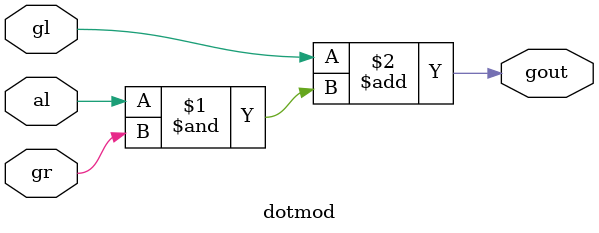
<source format=v>
module dotmod(gl , al , gr , gout);
	input gl , al , gr;
	output gout;

	assign gout = gl + (al & gr);
endmodule

</source>
